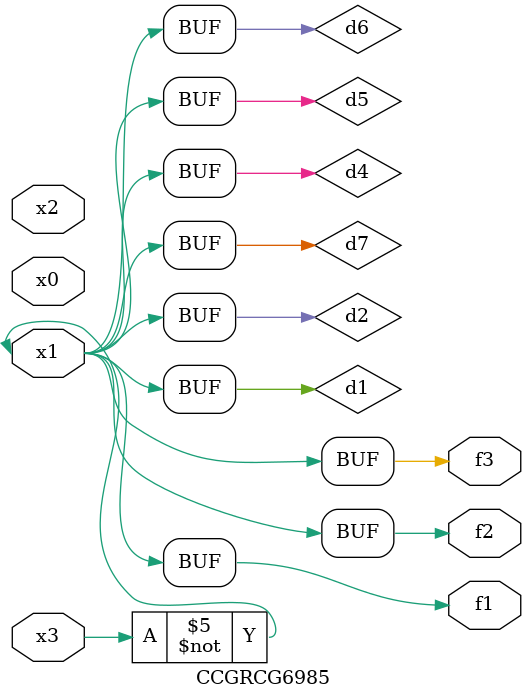
<source format=v>
module CCGRCG6985(
	input x0, x1, x2, x3,
	output f1, f2, f3
);

	wire d1, d2, d3, d4, d5, d6, d7;

	not (d1, x3);
	buf (d2, x1);
	xnor (d3, d1, d2);
	nor (d4, d1);
	buf (d5, d1, d2);
	buf (d6, d4, d5);
	nand (d7, d4);
	assign f1 = d6;
	assign f2 = d7;
	assign f3 = d6;
endmodule

</source>
